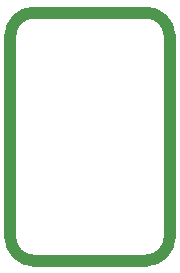
<source format=gbr>
G04 #@! TF.GenerationSoftware,KiCad,Pcbnew,(5.0.1)-4*
G04 #@! TF.CreationDate,2021-03-18T15:14:49+02:00*
G04 #@! TF.ProjectId,IR_arena_edge_sensor,49525F6172656E615F656467655F7365,rev?*
G04 #@! TF.SameCoordinates,Original*
G04 #@! TF.FileFunction,Profile,NP*
%FSLAX46Y46*%
G04 Gerber Fmt 4.6, Leading zero omitted, Abs format (unit mm)*
G04 Created by KiCad (PCBNEW (5.0.1)-4) date 2021.03.18. 15:14:49*
%MOMM*%
%LPD*%
G01*
G04 APERTURE LIST*
%ADD10C,1.000000*%
G04 APERTURE END LIST*
D10*
X189500000Y-91000000D02*
G75*
G02X187500000Y-89000000I0J2000000D01*
G01*
X187500000Y-72000000D02*
G75*
G02X189500000Y-70000000I2000000J0D01*
G01*
X199000000Y-70000000D02*
G75*
G02X201000000Y-72000000I0J-2000000D01*
G01*
X201000000Y-89000000D02*
X201000000Y-72000000D01*
X189500000Y-91000000D02*
X199000000Y-91000000D01*
X187500000Y-72000000D02*
X187500000Y-89000000D01*
X201000000Y-89000000D02*
G75*
G02X199000000Y-91000000I-2000000J0D01*
G01*
X199000000Y-70000000D02*
X189500000Y-70000000D01*
M02*

</source>
